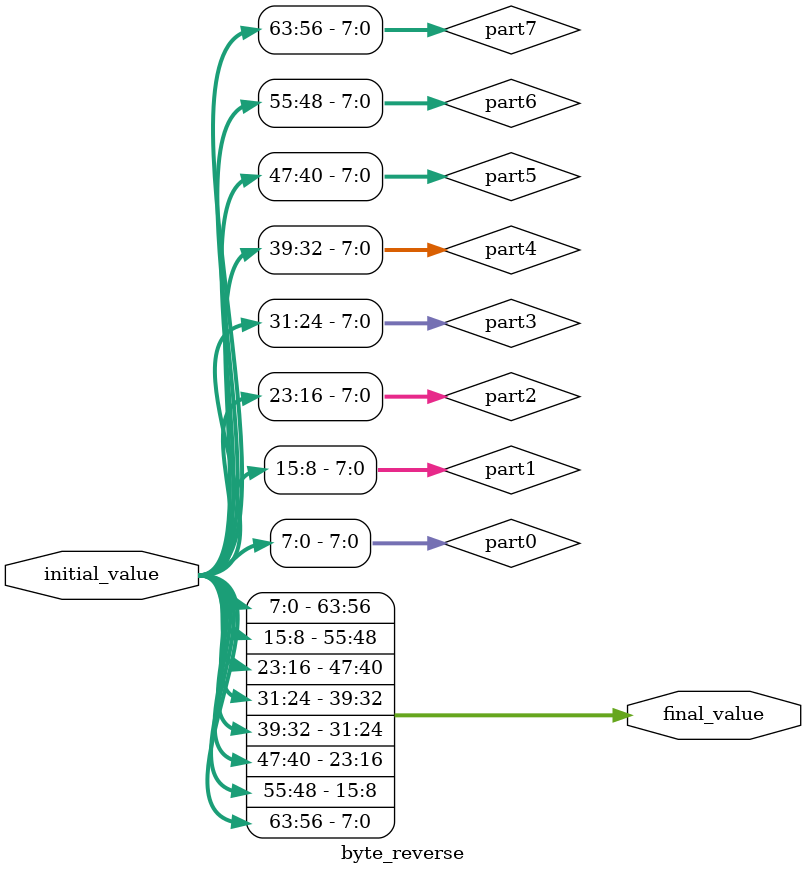
<source format=v>
`timescale 1ns / 1ps

   
module byte_reverse(
    input [63:0] initial_value,
    output reg [63:0] final_value
);
reg [7:0] part0, part1, part2, part3, part4, part5, part6, part7;
always @(*) begin
    part0 = initial_value[7:0];
    part1 = initial_value[15:8];
    part2 = initial_value[23:16];
    part3 = initial_value[31:24];
    part4 = initial_value[39:32];
    part5 = initial_value[47:40];
    part6 = initial_value[55:48];
    part7 = initial_value[63:56];

    final_value = {part0, part1, part2, part3, part4, part5, part6, part7};
end

endmodule

</source>
